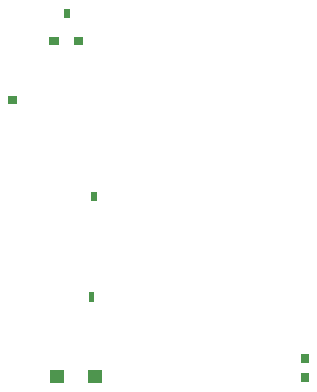
<source format=gko>
G04*
G04 #@! TF.GenerationSoftware,Altium Limited,Altium Designer,23.7.1 (13)*
G04*
G04 Layer_Color=16711935*
%FSLAX25Y25*%
%MOIN*%
G70*
G04*
G04 #@! TF.SameCoordinates,FE150CF2-D92F-4AEA-AE3F-07D5F2836877*
G04*
G04*
G04 #@! TF.FilePolarity,Positive*
G04*
G01*
G75*
G36*
X57249Y39739D02*
X55349D01*
Y42939D01*
X57249D01*
Y39739D01*
D02*
G37*
G36*
X128909Y19266D02*
X126209D01*
Y22466D01*
X128909D01*
Y19266D01*
D02*
G37*
G36*
Y12967D02*
X126209D01*
Y16167D01*
X128909D01*
Y12967D01*
D02*
G37*
G36*
X59839Y12798D02*
X55121D01*
Y17123D01*
X59839D01*
Y12798D01*
D02*
G37*
G36*
X47241D02*
X42523D01*
Y17123D01*
X47241D01*
Y12798D01*
D02*
G37*
G36*
X48981Y134227D02*
X47082D01*
Y137427D01*
X48981D01*
Y134227D01*
D02*
G37*
G36*
X53525Y125355D02*
X50325D01*
Y128055D01*
X53525D01*
Y125355D01*
D02*
G37*
G36*
X45328Y125221D02*
X42128D01*
Y127921D01*
X45328D01*
Y125221D01*
D02*
G37*
G36*
X31521Y105737D02*
X28321D01*
Y108437D01*
X31521D01*
Y105737D01*
D02*
G37*
G36*
X58037Y73203D02*
X56137D01*
Y76403D01*
X58037D01*
Y73203D01*
D02*
G37*
M02*

</source>
